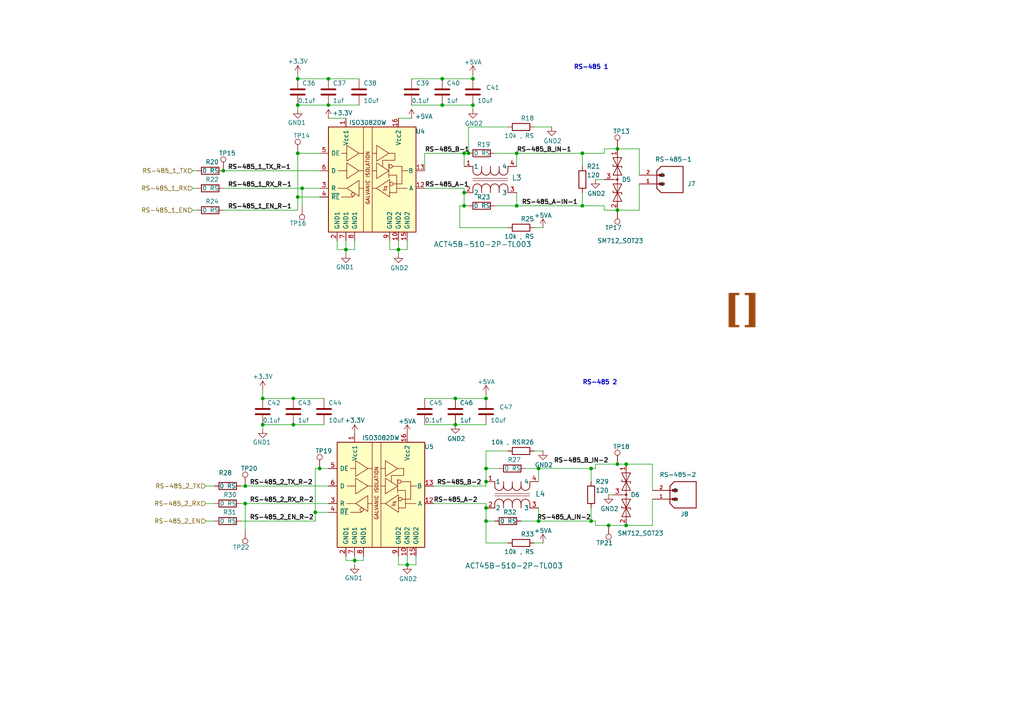
<source format=kicad_sch>
(kicad_sch (version 20231120) (generator "eeschema") (generator_version "8.0")
  (paper "A4")
  (title_block (title "Rapid-Core") (date "2024-09-09") (rev "1.0.1"))
  (lib_symbols
    (symbol "+3.3V_1" (power) (pin_numbers hide) (pin_names (offset 0) hide)
      (property "Value" "+3.3V" (at 0 3.556 0))
      (symbol "+3.3V_1_0_1"
        (polyline (pts (xy -0.762 1.27) (xy 0 2.54)))
        (polyline (pts (xy 0 0) (xy 0 2.54)))
        (polyline (pts (xy 0 2.54) (xy 0.762 1.27)))
      )
      (symbol "+3.3V_1_1_1"
        (pin power_in line (at 0 0 90) (length 0) (name "~") (number "1"))
      )
    )
    (symbol "+5VA_1" (power) (pin_numbers hide) (pin_names (offset 0) hide)
      (property "Value" "+5VA" (at 0 3.556 0))
      (symbol "+5VA_1_0_1"
        (polyline (pts (xy -0.762 1.27) (xy 0 2.54)))
        (polyline (pts (xy 0 0) (xy 0 2.54)))
        (polyline (pts (xy 0 2.54) (xy 0.762 1.27)))
      )
      (symbol "+5VA_1_1_1"
        (pin power_in line (at 0 0 90) (length 0) (name "~") (number "1"))
      )
    )
    (symbol "0530480210_2pin_P1.25_PicoBlade:530480210" (pin_names (offset 1.016))
      (property "Reference" "J" (at 0 3.81 0))
      (property "Value" "530480210" (at 0 -7.62 0))
      (symbol "530480210_0_0"
        (polyline (pts (xy 0 -3.81) (xy 1.27 -5.08)) (stroke (width 0.254)))
        (polyline (pts (xy 0 -2.54) (xy 1.905 -2.54)) (stroke (width 0.254)))
        (polyline (pts (xy 0 0) (xy 1.905 0)) (stroke (width 0.254)))
        (polyline (pts (xy 0 1.27) (xy 0 -3.81)) (stroke (width 0.254)))
        (polyline (pts (xy 0 1.27) (xy 1.27 2.54)) (stroke (width 0.254)))
        (polyline (pts (xy 1.27 -5.08) (xy 7.62 -5.08)) (stroke (width 0.254)))
        (polyline (pts (xy 7.62 -5.08) (xy 7.62 2.54)) (stroke (width 0.254)))
        (polyline (pts (xy 7.62 2.54) (xy 1.27 2.54)) (stroke (width 0.254)))
        (rectangle (start 0.635 -2.8575) (end 2.2225 -2.2225) (stroke (width 0.1)) (fill (type outline)))
        (rectangle (start 0.635 -0.3175) (end 2.2225 0.3175) (stroke (width 0.1)) (fill (type outline)))
        (pin passive line (at -5.08 0 0) (length 5.08) (name "1") (number "1"))
        (pin passive line (at -5.08 -2.54 0) (length 5.08) (name "2") (number "2"))
      )
    )
    (symbol "ACT45B-510-2P-TL003:ACT45B-510-2P-TL003" (pin_names (offset 0.254))
      (property "Reference" "L" (at 7.62 2.8575 0))
      (property "Value" "ACT45B-510-2P-TL003" (at 7.62 -12.7 0))
      (symbol "ACT45B-510-2P-TL003_0_1"
        (polyline (pts (xy 2.54 -7.62) (xy 2.54 -6.35)) (stroke (width 0.2032)))
        (polyline (pts (xy 2.54 -3.4925) (xy 12.7 -3.4925)) (stroke (width 0.127)))
        (polyline (pts (xy 2.54 0) (xy 2.54 -1.27)) (stroke (width 0.2032)))
        (polyline (pts (xy 5.08 -7.62) (xy 5.08 -6.35)) (stroke (width 0.2032)))
        (polyline (pts (xy 5.08 0) (xy 5.08 -1.27)) (stroke (width 0.2032)))
        (polyline (pts (xy 7.62 -7.62) (xy 7.62 -6.35)) (stroke (width 0.2032)))
        (polyline (pts (xy 7.62 0) (xy 7.62 -1.27)) (stroke (width 0.2032)))
        (polyline (pts (xy 10.16 -7.62) (xy 10.16 -6.35)) (stroke (width 0.2032)))
        (polyline (pts (xy 10.16 0) (xy 10.16 -1.27)) (stroke (width 0.2032)))
        (polyline (pts (xy 12.7 -7.62) (xy 12.7 -6.35)) (stroke (width 0.2032)))
        (polyline (pts (xy 12.7 -4.1275) (xy 2.54 -4.1275)) (stroke (width 0.127)))
        (polyline (pts (xy 12.7 0) (xy 12.7 -1.27)) (stroke (width 0.2032)))
        (arc (start 2.54 -1.27) (mid 3.81 -2.5345) (end 5.08 -1.27) (stroke (width 0.2032)))
        (arc (start 5.08 -6.35) (mid 3.81 -5.0855) (end 2.54 -6.35) (stroke (width 0.2032)))
        (arc (start 5.08 -1.27) (mid 6.35 -2.5345) (end 7.62 -1.27) (stroke (width 0.2032)))
        (arc (start 7.62 -6.35) (mid 6.35 -5.0855) (end 5.08 -6.35) (stroke (width 0.2032)))
        (arc (start 7.62 -1.27) (mid 8.89 -2.5345) (end 10.16 -1.27) (stroke (width 0.2032)))
        (arc (start 10.16 -6.35) (mid 8.89 -5.0855) (end 7.62 -6.35) (stroke (width 0.2032)))
        (arc (start 10.16 -1.27) (mid 11.43 -2.5345) (end 12.7 -1.27) (stroke (width 0.2032)))
        (arc (start 12.7 -6.35) (mid 11.43 -5.0855) (end 10.16 -6.35) (stroke (width 0.2032)))
      )
      (symbol "ACT45B-510-2P-TL003_1_1"
        (pin passive line (at 0 0 0) (length 2.54) (name "1") (number "1"))
        (pin passive line (at 0 -7.62 0) (length 2.54) (name "2") (number "2"))
        (pin passive line (at 15.24 -7.62 180) (length 2.54) (name "3") (number "3"))
        (pin passive line (at 15.24 0 180) (length 2.54) (name "4") (number "4"))
      )
    )
    (symbol "Connector:TestPoint" (pin_numbers hide) (pin_names (offset 0.762) hide)
      (property "Reference" "TP" (at 0 6.858 0))
      (property "Value" "TestPoint" (at 0 5.08 0))
      (symbol "TestPoint_0_1"
        (circle (center 0 3.302) (radius 0.762))
      )
      (symbol "TestPoint_1_1"
        (pin passive line (at 0 0 90) (length 2.54) (name "1") (number "1"))
      )
    )
    (symbol "Device:C" (pin_numbers hide) (pin_names (offset 0.254))
      (property "Reference" "C" (at 0.635 2.54 0))
      (property "Value" "C" (at 0.635 -2.54 0))
      (symbol "C_0_1"
        (polyline (pts (xy -2.032 -0.762) (xy 2.032 -0.762)) (stroke (width 0.508)))
        (polyline (pts (xy -2.032 0.762) (xy 2.032 0.762)) (stroke (width 0.508)))
      )
      (symbol "C_1_1"
        (pin passive line (at 0 3.81 270) (length 2.794) (name "~") (number "1"))
        (pin passive line (at 0 -3.81 90) (length 2.794) (name "~") (number "2"))
      )
    )
    (symbol "Device:R" (pin_numbers hide) (pin_names (offset 0))
      (property "Reference" "R" (at 2.032 0 90))
      (property "Value" "R" (at 0 0 90))
      (symbol "R_0_1"
        (rectangle (start -1.016 -2.54) (end 1.016 2.54) (stroke (width 0.254)))
      )
      (symbol "R_1_1"
        (pin passive line (at 0 3.81 270) (length 1.27) (name "~") (number "1"))
        (pin passive line (at 0 -3.81 90) (length 1.27) (name "~") (number "2"))
      )
    )
    (symbol "Diode:SM712_SOT23" (pin_names (offset 1.016) hide)
      (property "Reference" "D" (at 0 4.445 0))
      (property "Value" "SM712_SOT23" (at 0 2.54 0))
      (symbol "SM712_SOT23_0_0"
        (polyline (pts (xy 0 -1.27) (xy 0 0)))
      )
      (symbol "SM712_SOT23_0_1"
        (polyline (pts (xy -6.35 0) (xy 6.35 0)))
        (polyline (pts (xy -3.302 1.27) (xy -3.81 1.27) (xy -3.81 -1.27) (xy -4.318 -1.27)) (stroke (width 0.2032)))
        (polyline (pts (xy 4.318 1.27) (xy 3.81 1.27) (xy 3.81 -1.27) (xy 3.302 -1.27)) (stroke (width 0.2032)))
        (polyline (pts (xy -6.35 -1.27) (xy -1.27 1.27) (xy -1.27 -1.27) (xy -6.35 1.27) (xy -6.35 -1.27)) (stroke (width 0.2032)))
        (polyline (pts (xy 1.27 -1.27) (xy 1.27 1.27) (xy 6.35 -1.27) (xy 6.35 1.27) (xy 1.27 -1.27)) (stroke (width 0.2032)))
        (circle (center 0 0) (radius 0.254) (fill (type outline)))
      )
      (symbol "SM712_SOT23_1_1"
        (pin passive line (at -8.89 0 0) (length 2.54) (name "A1") (number "1"))
        (pin passive line (at 8.89 0 180) (length 2.54) (name "A2") (number "2"))
        (pin input line (at 0 -3.81 90) (length 2.54) (name "common") (number "3"))
      )
    )
    (symbol "GND1_1" (power) (pin_numbers hide) (pin_names (offset 0) hide)
      (property "Value" "GND1" (at 0 -3.81 0))
      (symbol "GND1_1_0_1"
        (polyline (pts (xy 0 0) (xy 0 -1.27) (xy 1.27 -1.27) (xy 0 -2.54) (xy -1.27 -1.27) (xy 0 -1.27)))
      )
      (symbol "GND1_1_1_1"
        (pin power_in line (at 0 0 270) (length 0) (name "~") (number "1"))
      )
    )
    (symbol "GND2_1" (power) (pin_numbers hide) (pin_names (offset 0) hide)
      (property "Value" "GND2" (at 0 -3.81 0))
      (symbol "GND2_1_0_1"
        (polyline (pts (xy 0 0) (xy 0 -1.27) (xy 1.27 -1.27) (xy 0 -2.54) (xy -1.27 -1.27) (xy 0 -1.27)))
      )
      (symbol "GND2_1_1_1"
        (pin power_in line (at 0 0 270) (length 0) (name "~") (number "1"))
      )
    )
    (symbol "Interface_UART:ISO3082DW" (pin_names (offset 0.762))
      (property "Reference" "U" (at 0 19.05 0))
      (property "Value" "ISO3082DW" (at 0 16.51 0))
      (symbol "ISO3082DW_0_0"
        (rectangle (start -12.7 15.24) (end 12.7 -15.24) (stroke (width 0.254)) (fill (type background)))
        (polyline (pts (xy -8.636 2.54) (xy -9.906 2.54)))
        (polyline (pts (xy -7.62 7.62) (xy -8.89 7.62)))
        (polyline (pts (xy -7.366 7.62) (xy -7.62 7.62)))
        (polyline (pts (xy -2.54 15.24) (xy -2.54 -15.24)))
        (polyline (pts (xy 0 15.24) (xy 0 -15.24)))
        (polyline (pts (xy -7.366 4.826) (xy -7.366 0.254) (xy -3.81 2.54) (xy -7.366 4.826)))
        (polyline (pts (xy -7.366 9.906) (xy -7.366 5.334) (xy -3.81 7.62) (xy -7.366 9.906)))
        (polyline (pts (xy -3.81 -0.254) (xy -3.81 -4.826) (xy -7.366 -2.54) (xy -3.81 -0.254)))
        (polyline (pts (xy 1.27 9.906) (xy 1.27 5.334) (xy 4.826 7.62) (xy 1.27 9.906)))
        (text "GALVANIC ISOLATION" (at -1.27 0.508 900) (effects (font (size 1.016 1.016))))
      )
      (symbol "ISO3082DW_0_1"
        (circle (center -5.588 -4.318) (radius 0.508))
        (polyline (pts (xy -7.366 -2.54) (xy -9.906 -2.54)))
        (polyline (pts (xy -7.366 2.54) (xy -8.636 2.54)))
        (polyline (pts (xy -3.81 -2.54) (xy -2.54 -2.54)))
        (polyline (pts (xy -3.81 2.54) (xy -2.54 2.54)))
        (polyline (pts (xy -3.81 7.62) (xy -2.54 7.62)))
        (polyline (pts (xy 0 -2.54) (xy 1.27 -2.54)))
        (polyline (pts (xy 0 2.54) (xy 1.27 2.54)))
        (polyline (pts (xy 0 7.62) (xy 1.27 7.62)))
        (polyline (pts (xy 3.556 -2.286) (xy 3.556 -3.048)))
        (polyline (pts (xy 4.064 -3.048) (xy 3.048 -3.048)))
        (polyline (pts (xy 4.064 -2.286) (xy 4.064 -3.048)))
        (polyline (pts (xy 4.064 -2.286) (xy 4.064 -2.032)))
        (polyline (pts (xy 4.826 1.27) (xy 6.096 1.27)))
        (polyline (pts (xy 4.826 4.572) (xy 4.826 0.508)))
        (polyline (pts (xy 4.826 7.62) (xy 6.604 7.62)))
        (polyline (pts (xy 5.08 -3.81) (xy 6.096 -3.81)))
        (polyline (pts (xy 5.842 3.81) (xy 8.636 3.81)))
        (polyline (pts (xy 6.096 -1.27) (xy 8.636 -1.27)))
        (polyline (pts (xy 6.096 1.27) (xy 7.112 1.27)))
        (polyline (pts (xy 7.112 -3.81) (xy 6.096 -3.81)))
        (polyline (pts (xy 7.112 1.27) (xy 7.112 -3.81)))
        (polyline (pts (xy 8.636 -1.27) (xy 8.636 3.81)))
        (polyline (pts (xy 8.636 2.54) (xy 10.414 2.54)))
        (polyline (pts (xy -8.89 -5.08) (xy -5.588 -5.08) (xy -5.588 -4.826)))
        (polyline (pts (xy 3.556 -2.286) (xy 3.556 -2.032) (xy 4.572 -2.032)))
        (polyline (pts (xy 10.16 -2.54) (xy 8.89 -2.54) (xy 7.112 -2.54)))
        (polyline (pts (xy 1.27 -2.54) (xy 5.08 0) (xy 5.08 -5.08) (xy 1.27 -2.54)))
        (polyline (pts (xy 6.604 7.62) (xy 6.604 5.588) (xy 3.048 5.588) (xy 3.048 3.81)))
        (circle (center 5.334 3.81) (radius 0.508))
        (circle (center 5.588 -1.27) (radius 0.508))
      )
      (symbol "ISO3082DW_1_0"
        (polyline (pts (xy 1.27 4.826) (xy 1.27 0.254) (xy 4.826 2.54) (xy 1.27 4.826)))
      )
      (symbol "ISO3082DW_1_1"
        (pin power_in line (at -7.62 17.78 270) (length 2.54) (name "Vcc1") (number "1"))
        (pin power_in line (at 7.62 -17.78 90) (length 2.54) (name "GND2") (number "10"))
        (pin no_connect line (at 12.7 10.16 180) (length 2.54) hide (name "NC") (number "11"))
        (pin bidirectional line (at 15.24 -2.54 180) (length 2.54) (name "A") (number "12"))
        (pin bidirectional line (at 15.24 2.54 180) (length 2.54) (name "B") (number "13"))
        (pin no_connect line (at 12.7 7.62 180) (length 2.54) hide (name "NC") (number "14"))
        (pin power_in line (at 10.16 -17.78 90) (length 2.54) (name "GND2") (number "15"))
        (pin power_in line (at 7.62 17.78 270) (length 2.54) (name "Vcc2") (number "16"))
        (pin power_in line (at -10.16 -17.78 90) (length 2.54) (name "GND1") (number "2"))
        (pin output line (at -15.24 -2.54 0) (length 2.54) (name "R") (number "3"))
        (pin input line (at -15.24 -5.08 0) (length 2.54) (name "~{RE}") (number "4"))
        (pin input line (at -15.24 7.62 0) (length 2.54) (name "DE") (number "5"))
        (pin input line (at -15.24 2.54 0) (length 2.54) (name "D") (number "6"))
        (pin power_in line (at -7.62 -17.78 90) (length 2.54) (name "GND1") (number "7"))
        (pin power_in line (at -5.08 -17.78 90) (length 2.54) (name "GND1") (number "8"))
        (pin power_in line (at 5.08 -17.78 90) (length 2.54) (name "GND2") (number "9"))
      )
    )
  )
  (junction (at 132.08 115.57))
  (junction (at 86.36 44.45))
  (junction (at 140.97 151.13))
  (junction (at 181.61 152.4))
  (junction (at 118.11 163.83))
  (junction (at 95.25 22.86))
  (junction (at 149.86 44.45))
  (junction (at 168.91 44.45))
  (junction (at 171.45 135.89))
  (junction (at 171.45 151.13))
  (junction (at 134.62 44.45))
  (junction (at 140.97 135.89))
  (junction (at 134.62 59.69))
  (junction (at 92.71 135.89))
  (junction (at 128.27 30.48))
  (junction (at 156.21 151.13))
  (junction (at 86.36 30.48))
  (junction (at 176.53 152.4))
  (junction (at 156.21 135.89))
  (junction (at 128.27 22.86))
  (junction (at 137.16 22.86))
  (junction (at 91.44 148.59))
  (junction (at 115.57 72.39))
  (junction (at 135.89 44.45))
  (junction (at 64.77 49.53))
  (junction (at 71.12 140.97))
  (junction (at 102.87 162.56))
  (junction (at 86.36 22.86))
  (junction (at 168.91 59.69))
  (junction (at 149.86 59.69))
  (junction (at 76.2 115.57))
  (junction (at 85.09 115.57))
  (junction (at 132.08 123.19))
  (junction (at 140.97 115.57))
  (junction (at 86.36 57.15))
  (junction (at 134.62 55.88))
  (junction (at 140.97 147.32))
  (junction (at 181.61 134.62))
  (junction (at 137.16 30.48))
  (junction (at 87.63 54.61))
  (junction (at 179.07 134.62))
  (junction (at 76.2 123.19))
  (junction (at 95.25 30.48))
  (junction (at 179.07 43.18))
  (junction (at 85.09 123.19))
  (junction (at 140.97 139.7))
  (junction (at 179.07 60.96))
  (junction (at 100.33 72.39))
  (junction (at 71.12 146.05))
  (wire (pts (xy 143.51 151.13) (xy 140.97 151.13)))
  (wire (pts (xy 91.44 151.13) (xy 91.44 148.59)))
  (wire (pts (xy 179.07 43.18) (xy 185.42 43.18)))
  (wire (pts (xy 87.63 54.61) (xy 87.63 59.69)))
  (wire (pts (xy 55.88 49.53) (xy 57.15 49.53)))
  (wire (pts (xy 100.33 69.85) (xy 100.33 72.39)))
  (wire (pts (xy 179.07 134.62) (xy 181.61 134.62)))
  (wire (pts (xy 71.12 140.97) (xy 95.25 140.97)))
  (wire (pts (xy 147.32 130.81) (xy 140.97 130.81)))
  (wire (pts (xy 154.94 157.48) (xy 157.48 157.48)))
  (wire (pts (xy 71.12 153.67) (xy 71.12 146.05)))
  (wire (pts (xy 76.2 113.03) (xy 76.2 115.57)))
  (wire (pts (xy 118.11 161.29) (xy 118.11 163.83)))
  (wire (pts (xy 91.44 148.59) (xy 95.25 148.59)))
  (wire (pts (xy 168.91 44.45) (xy 175.26 44.45)))
  (wire (pts (xy 133.35 66.04) (xy 133.35 59.69)))
  (wire (pts (xy 92.71 135.89) (xy 91.44 135.89)))
  (wire (pts (xy 119.38 30.48) (xy 128.27 30.48)))
  (wire (pts (xy 156.21 135.89) (xy 156.21 139.7)))
  (wire (pts (xy 172.72 152.4) (xy 172.72 151.13)))
  (wire (pts (xy 156.21 151.13) (xy 171.45 151.13)))
  (wire (pts (xy 147.32 66.04) (xy 133.35 66.04)))
  (wire (pts (xy 119.38 22.86) (xy 128.27 22.86)))
  (wire (pts (xy 123.19 44.45) (xy 123.19 49.53)))
  (wire (pts (xy 55.88 60.96) (xy 57.15 60.96)))
  (wire (pts (xy 137.16 21.59) (xy 137.16 22.86)))
  (wire (pts (xy 140.97 135.89) (xy 140.97 139.7)))
  (wire (pts (xy 64.77 60.96) (xy 86.36 60.96)))
  (wire (pts (xy 189.23 152.4) (xy 189.23 144.78)))
  (wire (pts (xy 152.4 135.89) (xy 156.21 135.89)))
  (wire (pts (xy 115.57 34.29) (xy 119.38 34.29)))
  (wire (pts (xy 132.08 115.57) (xy 140.97 115.57)))
  (wire (pts (xy 181.61 152.4) (xy 189.23 152.4)))
  (wire (pts (xy 172.72 134.62) (xy 172.72 135.89)))
  (wire (pts (xy 100.33 162.56) (xy 100.33 161.29)))
  (wire (pts (xy 156.21 135.89) (xy 171.45 135.89)))
  (wire (pts (xy 175.26 43.18) (xy 179.07 43.18)))
  (wire (pts (xy 149.86 44.45) (xy 149.86 48.26)))
  (wire (pts (xy 168.91 59.69) (xy 175.26 59.69)))
  (wire (pts (xy 189.23 142.24) (xy 189.23 134.62)))
  (wire (pts (xy 140.97 146.05) (xy 140.97 147.32)))
  (wire (pts (xy 168.91 55.88) (xy 168.91 59.69)))
  (wire (pts (xy 144.78 135.89) (xy 140.97 135.89)))
  (wire (pts (xy 154.94 66.04) (xy 157.48 66.04)))
  (wire (pts (xy 179.07 60.96) (xy 185.42 60.96)))
  (wire (pts (xy 134.62 59.69) (xy 133.35 59.69)))
  (wire (pts (xy 128.27 22.86) (xy 137.16 22.86)))
  (wire (pts (xy 86.36 30.48) (xy 95.25 30.48)))
  (wire (pts (xy 59.69 146.05) (xy 62.23 146.05)))
  (wire (pts (xy 147.32 157.48) (xy 140.97 157.48)))
  (wire (pts (xy 147.32 36.83) (xy 135.89 36.83)))
  (wire (pts (xy 115.57 73.66) (xy 115.57 72.39)))
  (wire (pts (xy 76.2 124.46) (xy 76.2 123.19)))
  (wire (pts (xy 86.36 44.45) (xy 86.36 57.15)))
  (wire (pts (xy 149.86 44.45) (xy 168.91 44.45)))
  (wire (pts (xy 115.57 161.29) (xy 115.57 163.83)))
  (wire (pts (xy 55.88 54.61) (xy 57.15 54.61)))
  (wire (pts (xy 123.19 123.19) (xy 132.08 123.19)))
  (wire (pts (xy 86.36 21.59) (xy 86.36 22.86)))
  (wire (pts (xy 151.13 151.13) (xy 156.21 151.13)))
  (wire (pts (xy 95.25 135.89) (xy 92.71 135.89)))
  (wire (pts (xy 69.85 151.13) (xy 91.44 151.13)))
  (wire (pts (xy 135.89 44.45) (xy 134.62 44.45)))
  (wire (pts (xy 171.45 151.13) (xy 172.72 151.13)))
  (wire (pts (xy 143.51 59.69) (xy 149.86 59.69)))
  (wire (pts (xy 175.26 59.69) (xy 175.26 60.96)))
  (wire (pts (xy 118.11 72.39) (xy 118.11 69.85)))
  (wire (pts (xy 71.12 146.05) (xy 95.25 146.05)))
  (wire (pts (xy 176.53 152.4) (xy 181.61 152.4)))
  (wire (pts (xy 171.45 147.32) (xy 171.45 151.13)))
  (wire (pts (xy 135.89 59.69) (xy 134.62 59.69)))
  (wire (pts (xy 95.25 22.86) (xy 104.14 22.86)))
  (wire (pts (xy 85.09 115.57) (xy 93.98 115.57)))
  (wire (pts (xy 69.85 140.97) (xy 71.12 140.97)))
  (wire (pts (xy 118.11 163.83) (xy 120.65 163.83)))
  (wire (pts (xy 102.87 162.56) (xy 102.87 161.29)))
  (wire (pts (xy 76.2 115.57) (xy 85.09 115.57)))
  (wire (pts (xy 86.36 57.15) (xy 92.71 57.15)))
  (wire (pts (xy 86.36 60.96) (xy 86.36 57.15)))
  (wire (pts (xy 134.62 54.61) (xy 123.19 54.61)))
  (wire (pts (xy 168.91 44.45) (xy 168.91 48.26)))
  (wire (pts (xy 115.57 69.85) (xy 115.57 72.39)))
  (wire (pts (xy 172.72 134.62) (xy 179.07 134.62)))
  (wire (pts (xy 137.16 31.75) (xy 137.16 30.48)))
  (wire (pts (xy 175.26 60.96) (xy 179.07 60.96)))
  (wire (pts (xy 102.87 72.39) (xy 102.87 69.85)))
  (wire (pts (xy 59.69 151.13) (xy 62.23 151.13)))
  (wire (pts (xy 156.21 147.32) (xy 156.21 151.13)))
  (wire (pts (xy 86.36 22.86) (xy 95.25 22.86)))
  (wire (pts (xy 95.25 34.29) (xy 100.33 34.29)))
  (wire (pts (xy 132.08 123.19) (xy 140.97 123.19)))
  (wire (pts (xy 86.36 44.45) (xy 92.71 44.45)))
  (wire (pts (xy 69.85 146.05) (xy 71.12 146.05)))
  (wire (pts (xy 181.61 134.62) (xy 189.23 134.62)))
  (wire (pts (xy 97.79 72.39) (xy 100.33 72.39)))
  (wire (pts (xy 128.27 30.48) (xy 137.16 30.48)))
  (wire (pts (xy 87.63 54.61) (xy 92.71 54.61)))
  (wire (pts (xy 154.94 130.81) (xy 157.48 130.81)))
  (wire (pts (xy 134.62 44.45) (xy 134.62 48.26)))
  (wire (pts (xy 125.73 146.05) (xy 140.97 146.05)))
  (wire (pts (xy 177.8 143.51) (xy 176.53 143.51)))
  (wire (pts (xy 140.97 130.81) (xy 140.97 135.89)))
  (wire (pts (xy 134.62 55.88) (xy 134.62 59.69)))
  (wire (pts (xy 172.72 52.07) (xy 175.26 52.07)))
  (wire (pts (xy 100.33 72.39) (xy 102.87 72.39)))
  (wire (pts (xy 86.36 31.75) (xy 86.36 30.48)))
  (wire (pts (xy 123.19 44.45) (xy 134.62 44.45)))
  (wire (pts (xy 105.41 162.56) (xy 105.41 161.29)))
  (wire (pts (xy 76.2 123.19) (xy 85.09 123.19)))
  (wire (pts (xy 91.44 135.89) (xy 91.44 148.59)))
  (wire (pts (xy 140.97 114.3) (xy 140.97 115.57)))
  (wire (pts (xy 85.09 123.19) (xy 93.98 123.19)))
  (wire (pts (xy 100.33 162.56) (xy 102.87 162.56)))
  (wire (pts (xy 172.72 152.4) (xy 176.53 152.4)))
  (wire (pts (xy 154.94 36.83) (xy 160.02 36.83)))
  (wire (pts (xy 134.62 54.61) (xy 134.62 55.88)))
  (wire (pts (xy 113.03 72.39) (xy 115.57 72.39)))
  (wire (pts (xy 64.77 49.53) (xy 92.71 49.53)))
  (wire (pts (xy 135.89 36.83) (xy 135.89 44.45)))
  (wire (pts (xy 125.73 140.97) (xy 140.97 140.97)))
  (wire (pts (xy 95.25 30.48) (xy 104.14 30.48)))
  (wire (pts (xy 100.33 72.39) (xy 100.33 73.66)))
  (wire (pts (xy 171.45 135.89) (xy 171.45 139.7)))
  (wire (pts (xy 59.69 140.97) (xy 62.23 140.97)))
  (wire (pts (xy 185.42 43.18) (xy 185.42 50.8)))
  (wire (pts (xy 115.57 163.83) (xy 118.11 163.83)))
  (wire (pts (xy 115.57 72.39) (xy 118.11 72.39)))
  (wire (pts (xy 149.86 55.88) (xy 149.86 59.69)))
  (wire (pts (xy 120.65 163.83) (xy 120.65 161.29)))
  (wire (pts (xy 123.19 115.57) (xy 132.08 115.57)))
  (wire (pts (xy 64.77 54.61) (xy 87.63 54.61)))
  (wire (pts (xy 140.97 147.32) (xy 140.97 151.13)))
  (wire (pts (xy 97.79 69.85) (xy 97.79 72.39)))
  (wire (pts (xy 149.86 59.69) (xy 168.91 59.69)))
  (wire (pts (xy 113.03 69.85) (xy 113.03 72.39)))
  (wire (pts (xy 102.87 162.56) (xy 105.41 162.56)))
  (wire (pts (xy 140.97 139.7) (xy 140.97 140.97)))
  (wire (pts (xy 171.45 135.89) (xy 172.72 135.89)))
  (wire (pts (xy 143.51 44.45) (xy 149.86 44.45)))
  (wire (pts (xy 175.26 44.45) (xy 175.26 43.18)))
  (wire (pts (xy 140.97 157.48) (xy 140.97 151.13)))
  (wire (pts (xy 185.42 60.96) (xy 185.42 53.34)))
  (wire (pts (xy 102.87 163.83) (xy 102.87 162.56)))
  (text "[${#}] ${SHEETNAME}" (at 217.17 92.456 0) (effects (font (size 8 8) (thickness 0.254) (bold yes))))
  (text "RS-485 2" (at 168.91 111.76 0) (effects (font (size 1.27 1.27) (bold yes)) (justify left bottom)))
  (text "RS-485 1" (at 166.37 20.32 0) (effects (font (size 1.27 1.27) (bold yes)) (justify left bottom)))
  (label "RS-485_B_IN-2" (at 176.53 134.62 180) (effects (font (bold yes))))
  (label "RS-485_2_EN_R-2" (at 72.39 151.13 0) (effects (font (bold yes))))
  (label "RS-485_A-IN-1" (at 167.64 59.69 180) (effects (font (bold yes))))
  (label "RS-485_B-2" (at 139.7 140.97 180) (effects (font (bold yes))))
  (label "RS-485_A_IN-2" (at 171.45 151.13 180) (effects (font (bold yes))))
  (label "RS-485_A-2" (at 125.73 146.05 0) (effects (font (bold yes))))
  (label "RS-485_1_EN_R-1" (at 66.04 60.96 0) (effects (font (bold yes))))
  (label "RS-485_2_TX_R-2" (at 72.39 140.97 0) (effects (font (bold yes))))
  (label "RS-485_B-1" (at 123.19 44.45 0) (effects (font (bold yes))))
  (label "RS-485_2_RX_R-2" (at 72.39 146.05 0) (effects (font (bold yes))))
  (label "RS-485_A-1" (at 123.19 54.61 0) (effects (font (bold yes))))
  (label "RS-485_B_IN-1" (at 149.86 44.45 0) (effects (font (bold yes))))
  (label "RS-485_1_TX_R-1" (at 66.04 49.53 0) (effects (font (bold yes))))
  (label "RS-485_1_RX_R-1" (at 66.04 54.61 0) (effects (font (bold yes))))
  (hierarchical_label "RS-485_2_RX" (shape input) (at 59.69 146.05 180))
  (hierarchical_label "RS-485_1_TX" (shape input) (at 55.88 49.53 180))
  (hierarchical_label "RS-485_1_RX" (shape input) (at 55.88 54.61 180))
  (hierarchical_label "RS-485_2_TX" (shape input) (at 59.69 140.97 180))
  (hierarchical_label "RS-485_1_EN" (shape input) (at 55.88 60.96 180))
  (hierarchical_label "RS-485_2_EN" (shape input) (at 59.69 151.13 180))
  (symbol (lib_id "Device:R") (at 148.59 135.89 90) (unit 1)
    (property "Reference" "R27" (at 151.13 133.35 90) (effects (justify left)))
    (property "Value" "0 RS" (at 151.13 135.89 90) (effects (justify left)))
    (property "Footprint" "Resistor_SMD:R_0805_2012Metric_Pad1.20x1.40mm_HandSolder" (effects (hide yes)))
  )
  (symbol (lib_name "GND2_1") (lib_id "power:GND2") (at 160.02 36.83 0) (unit 1)
    (property "Reference" "#PWR057" (effects (hide yes)))
    (property "Value" "GND2" (at 160.274 40.894 0))
    (property "Description" "Power symbol creates a global label with name \"GND2\" , ground" (effects (hide yes)))
  )
  (symbol (lib_name "GND2_1") (lib_id "power:GND2") (at 132.08 123.19 0) (unit 1)
    (property "Reference" "#PWR064" (effects (hide yes)))
    (property "Value" "GND2" (at 132.334 127.254 0))
    (property "Description" "Power symbol creates a global label with name \"GND2\" , ground" (effects (hide yes)))
  )
  (symbol (lib_name "GND2_1") (lib_id "power:GND2") (at 176.53 143.51 0) (unit 1)
    (property "Reference" "#PWR069" (effects (hide yes)))
    (property "Value" "GND2" (at 176.784 147.574 0))
    (property "Description" "Power symbol creates a global label with name \"GND2\" , ground" (effects (hide yes)))
  )
  (symbol (lib_name "+3.3V_1") (lib_id "power:+3.3V") (at 102.87 125.73 0) (unit 1)
    (property "Reference" "#PWR066" (effects (hide yes)))
    (property "Value" "+3.3V" (at 102.87 121.92 0))
    (property "Description" "Power symbol creates a global label with name \"+3.3V\"" (effects (hide yes)))
  )
  (symbol (lib_id "Connector:TestPoint") (at 86.36 44.45 0) (unit 1)
    (property "Reference" "TP14" (at 85.09 39.37 0) (effects (justify left)))
    (property "Value" "TestPoint" (effects (hide yes)))
    (property "Footprint" "TestPoint:TestPoint_Pad_D1.0mm" (effects (hide yes)))
  )
  (symbol (lib_id "Device:R") (at 66.04 140.97 90) (unit 1)
    (property "Reference" "R28" (at 67.31 137.16 90) (effects (justify left)))
    (property "Value" "0 RS" (at 66.04 140.97 90))
    (property "Footprint" "Resistor_SMD:R_0805_2012Metric_Pad1.20x1.40mm_HandSolder" (effects (hide yes)))
  )
  (symbol (lib_id "Device:R") (at 60.96 49.53 90) (unit 1)
    (property "Reference" "R20" (at 63.5 46.99 90) (effects (justify left)))
    (property "Value" "0 RS" (at 63.5 49.53 90) (effects (justify left)))
    (property "Footprint" "Resistor_SMD:R_0805_2012Metric_Pad1.20x1.40mm_HandSolder" (effects (hide yes)))
  )
  (symbol (lib_id "Diode:SM712_SOT23") (at 179.07 52.07 270) (unit 1)
    (property "Reference" "D5" (at 180.34 52.07 90) (effects (justify left)))
    (property "Value" "SM712_SOT23" (at 173.228 69.85 90) (effects (justify left)))
    (property "Footprint" "Package_TO_SOT_SMD:SOT-23" (effects (hide yes)))
    (property "Datasheet" "https://www.littelfuse.com/~/media/electronics/datasheets/tvs_diode_arrays/littelfuse_tvs_diode_array_sm712_datasheet.pdf.pdf" (effects (hide yes)))
  )
  (symbol (lib_id "Device:R") (at 139.7 44.45 90) (unit 1)
    (property "Reference" "R19" (at 142.24 41.91 90) (effects (justify left)))
    (property "Value" "0 RS" (at 142.24 44.45 90) (effects (justify left)))
    (property "Footprint" "Resistor_SMD:R_0805_2012Metric_Pad1.20x1.40mm_HandSolder" (effects (hide yes)))
  )
  (symbol (lib_id "Device:C") (at 132.08 119.38 0) (unit 1)
    (property "Reference" "C46" (at 133.35 116.84 0) (effects (justify left)))
    (property "Value" "1uf" (at 133.35 121.92 0) (effects (justify left)))
    (property "Footprint" "Capacitor_SMD:C_0603_1608Metric_Pad1.08x0.95mm_HandSolder" (effects (hide yes)))
  )
  (symbol (lib_name "GND2_1") (lib_id "power:GND2") (at 137.16 31.75 0) (unit 1)
    (property "Reference" "#PWR054" (effects (hide yes)))
    (property "Value" "GND2" (at 137.414 35.814 0))
    (property "Description" "Power symbol creates a global label with name \"GND2\" , ground" (effects (hide yes)))
  )
  (symbol (lib_id "Device:R") (at 171.45 143.51 0) (unit 1)
    (property "Reference" "R29" (at 172.72 139.7 0) (effects (justify left)))
    (property "Value" "120" (at 172.72 142.24 0) (effects (justify left)))
    (property "Footprint" "Resistor_SMD:R_2512_6332Metric_Pad1.40x3.35mm_HandSolder" (effects (hide yes)))
  )
  (symbol (lib_id "Connector:TestPoint") (at 179.07 43.18 0) (unit 1)
    (property "Reference" "TP13" (at 177.8 38.1 0) (effects (justify left)))
    (property "Value" "TestPoint" (effects (hide yes)))
    (property "Footprint" "TestPoint:TestPoint_Pad_D1.0mm" (effects (hide yes)))
  )
  (symbol (lib_id "Device:R") (at 147.32 151.13 90) (unit 1)
    (property "Reference" "R32" (at 149.86 148.59 90) (effects (justify left)))
    (property "Value" "0 RS" (at 149.86 151.13 90) (effects (justify left)))
    (property "Footprint" "Resistor_SMD:R_0805_2012Metric_Pad1.20x1.40mm_HandSolder" (effects (hide yes)))
  )
  (symbol (lib_name "+3.3V_1") (lib_id "power:+3.3V") (at 95.25 34.29 0) (unit 1)
    (property "Reference" "#PWR055" (effects (hide yes)))
    (property "Value" "+3.3V" (at 99.314 32.766 0))
    (property "Description" "Power symbol creates a global label with name \"+3.3V\"" (effects (hide yes)))
  )
  (symbol (lib_id "Diode:SM712_SOT23") (at 181.61 143.51 270) (unit 1)
    (property "Reference" "D6" (at 182.88 143.51 90) (effects (justify left)))
    (property "Value" "SM712_SOT23" (at 179.07 154.686 90) (effects (justify left)))
    (property "Footprint" "Package_TO_SOT_SMD:SOT-23" (effects (hide yes)))
    (property "Datasheet" "https://www.littelfuse.com/~/media/electronics/datasheets/tvs_diode_arrays/littelfuse_tvs_diode_array_sm712_datasheet.pdf.pdf" (effects (hide yes)))
  )
  (symbol (lib_id "Device:C") (at 95.25 26.67 0) (unit 1)
    (property "Reference" "C37" (at 96.52 24.13 0) (effects (justify left)))
    (property "Value" "1uf" (at 96.52 29.21 0) (effects (justify left)))
    (property "Footprint" "Capacitor_SMD:C_0603_1608Metric_Pad1.08x0.95mm_HandSolder" (effects (hide yes)))
  )
  (symbol (lib_name "+5VA_1") (lib_id "power:+5VA") (at 137.16 21.59 0) (unit 1)
    (property "Reference" "#PWR052" (effects (hide yes)))
    (property "Value" "+5VA" (at 137.16 18.034 0))
    (property "Description" "Power symbol creates a global label with name \"+5VA\"" (effects (hide yes)))
  )
  (symbol (lib_id "Device:C") (at 93.98 119.38 180) (unit 1)
    (property "Reference" "C44" (at 95.25 116.84 0) (effects (justify right)))
    (property "Value" "10uf" (at 95.25 121.92 0) (effects (justify right)))
    (property "Footprint" "Capacitor_SMD:C_0805_2012Metric_Pad1.18x1.45mm_HandSolder" (effects (hide yes)))
  )
  (symbol (lib_id "Device:C") (at 76.2 119.38 0) (unit 1)
    (property "Reference" "C42" (at 77.47 116.84 0) (effects (justify left)))
    (property "Value" "0.1uf" (at 76.2 121.92 0) (effects (justify left)))
    (property "Footprint" "Capacitor_SMD:C_0603_1608Metric_Pad1.08x0.95mm_HandSolder" (effects (hide yes)))
  )
  (symbol (lib_id "Connector:TestPoint") (at 71.12 140.97 0) (unit 1)
    (property "Reference" "TP20" (at 69.85 135.89 0) (effects (justify left)))
    (property "Value" "TestPoint" (effects (hide yes)))
    (property "Footprint" "TestPoint:TestPoint_Pad_D1.0mm" (effects (hide yes)))
  )
  (symbol (lib_name "+5VA_1") (lib_id "power:+5VA") (at 157.48 157.48 0) (unit 1)
    (property "Reference" "#PWR070" (effects (hide yes)))
    (property "Value" "+5VA" (at 157.48 153.924 0))
    (property "Description" "Power symbol creates a global label with name \"+5VA\"" (effects (hide yes)))
  )
  (symbol (lib_id "Device:R") (at 60.96 54.61 90) (unit 1)
    (property "Reference" "R22" (at 63.5 52.07 90) (effects (justify left)))
    (property "Value" "0 RS" (at 63.5 54.61 90) (effects (justify left)))
    (property "Footprint" "Resistor_SMD:R_0805_2012Metric_Pad1.20x1.40mm_HandSolder" (effects (hide yes)))
  )
  (symbol (lib_id "Device:R") (at 168.91 52.07 0) (unit 1)
    (property "Reference" "R21" (at 170.18 48.26 0) (effects (justify left)))
    (property "Value" "120" (at 170.18 50.8 0) (effects (justify left)))
    (property "Footprint" "Resistor_SMD:R_2512_6332Metric_Pad1.40x3.35mm_HandSolder" (effects (hide yes)))
  )
  (symbol (lib_name "GND2_1") (lib_id "power:GND2") (at 157.48 130.81 0) (unit 1)
    (property "Reference" "#PWR068" (effects (hide yes)))
    (property "Value" "GND2" (at 157.734 134.874 0))
    (property "Description" "Power symbol creates a global label with name \"GND2\" , ground" (effects (hide yes)))
  )
  (symbol (lib_id "Device:C") (at 140.97 119.38 180) (unit 1)
    (property "Reference" "C47" (at 144.78 118.11 0) (effects (justify right)))
    (property "Value" "10uf" (at 142.24 121.92 0) (effects (justify right)))
    (property "Footprint" "Capacitor_SMD:C_0805_2012Metric_Pad1.18x1.45mm_HandSolder" (effects (hide yes)))
  )
  (symbol (lib_id "Device:R") (at 151.13 36.83 90) (unit 1)
    (property "Reference" "R18" (at 154.94 34.29 90) (effects (justify left)))
    (property "Value" "10k , RS" (at 154.94 39.37 90) (effects (justify left)))
    (property "Footprint" "Resistor_SMD:R_0805_2012Metric_Pad1.20x1.40mm_HandSolder" (effects (hide yes)))
  )
  (symbol (lib_id "Connector:TestPoint") (at 87.63 59.69 180) (unit 1)
    (property "Reference" "TP16" (at 88.9 64.77 0) (effects (justify left)))
    (property "Value" "TestPoint" (effects (hide yes)))
    (property "Footprint" "TestPoint:TestPoint_Pad_D1.0mm" (effects (hide yes)))
  )
  (symbol (lib_id "Device:R") (at 60.96 60.96 90) (unit 1)
    (property "Reference" "R24" (at 63.5 58.42 90) (effects (justify left)))
    (property "Value" "0 RS" (at 63.5 60.96 90) (effects (justify left)))
    (property "Footprint" "Resistor_SMD:R_0805_2012Metric_Pad1.20x1.40mm_HandSolder" (effects (hide yes)))
  )
  (symbol (lib_id "Connector:TestPoint") (at 176.53 152.4 180) (unit 1)
    (property "Reference" "TP21" (at 177.8 157.48 0) (effects (justify left)))
    (property "Value" "TestPoint" (effects (hide yes)))
    (property "Footprint" "TestPoint:TestPoint_Pad_D1.0mm" (effects (hide yes)))
  )
  (symbol (lib_id "Device:R") (at 151.13 157.48 90) (unit 1)
    (property "Reference" "R33" (at 154.94 154.94 90) (effects (justify left)))
    (property "Value" "10k , RS" (at 154.94 160.02 90) (effects (justify left)))
    (property "Footprint" "Resistor_SMD:R_0805_2012Metric_Pad1.20x1.40mm_HandSolder" (effects (hide yes)))
  )
  (symbol (lib_name "GND2_1") (lib_id "power:GND2") (at 118.11 163.83 0) (unit 1)
    (property "Reference" "#PWR072" (effects (hide yes)))
    (property "Value" "GND2" (at 118.364 167.894 0))
    (property "Description" "Power symbol creates a global label with name \"GND2\" , ground" (effects (hide yes)))
  )
  (symbol (lib_id "Device:C") (at 119.38 26.67 0) (unit 1)
    (property "Reference" "C39" (at 120.65 24.13 0) (effects (justify left)))
    (property "Value" "0.1uf" (at 119.38 29.21 0) (effects (justify left)))
    (property "Footprint" "Capacitor_SMD:C_0603_1608Metric_Pad1.08x0.95mm_HandSolder" (effects (hide yes)))
  )
  (symbol (lib_id "Connector:TestPoint") (at 179.07 134.62 0) (unit 1)
    (property "Reference" "TP18" (at 177.8 129.54 0) (effects (justify left)))
    (property "Value" "TestPoint" (effects (hide yes)))
    (property "Footprint" "TestPoint:TestPoint_Pad_D1.0mm" (effects (hide yes)))
  )
  (symbol (lib_id "Device:C") (at 104.14 26.67 180) (unit 1)
    (property "Reference" "C38" (at 105.41 24.13 0) (effects (justify right)))
    (property "Value" "10uf" (at 105.41 29.21 0) (effects (justify right)))
    (property "Footprint" "Capacitor_SMD:C_0805_2012Metric_Pad1.18x1.45mm_HandSolder" (effects (hide yes)))
  )
  (symbol (lib_id "Device:R") (at 151.13 130.81 90) (unit 1)
    (property "Reference" "R26" (at 154.94 128.27 90) (effects (justify left)))
    (property "Value" "10k , RS" (at 151.13 128.27 90) (effects (justify left)))
    (property "Footprint" "Resistor_SMD:R_0805_2012Metric_Pad1.20x1.40mm_HandSolder" (effects (hide yes)))
  )
  (symbol (lib_id "Device:R") (at 151.13 66.04 90) (unit 1)
    (property "Reference" "R25" (at 154.94 63.5 90) (effects (justify left)))
    (property "Value" "10k , RS" (at 154.94 68.58 90) (effects (justify left)))
    (property "Footprint" "Resistor_SMD:R_0805_2012Metric_Pad1.20x1.40mm_HandSolder" (effects (hide yes)))
  )
  (symbol (lib_name "GND2_1") (lib_id "power:GND2") (at 115.57 73.66 0) (unit 1)
    (property "Reference" "#PWR061" (effects (hide yes)))
    (property "Value" "GND2" (at 115.824 77.724 0))
    (property "Description" "Power symbol creates a global label with name \"GND2\" , ground" (effects (hide yes)))
  )
  (symbol (lib_id "Device:C") (at 123.19 119.38 0) (unit 1)
    (property "Reference" "C45" (at 124.46 116.84 0) (effects (justify left)))
    (property "Value" "0.1uf" (at 123.19 121.92 0) (effects (justify left)))
    (property "Footprint" "Capacitor_SMD:C_0603_1608Metric_Pad1.08x0.95mm_HandSolder" (effects (hide yes)))
  )
  (symbol (lib_name "+5VA_1") (lib_id "power:+5VA") (at 140.97 114.3 0) (unit 1)
    (property "Reference" "#PWR063" (effects (hide yes)))
    (property "Value" "+5VA" (at 140.97 110.744 0))
    (property "Description" "Power symbol creates a global label with name \"+5VA\"" (effects (hide yes)))
  )
  (symbol (lib_id "Device:C") (at 128.27 26.67 0) (unit 1)
    (property "Reference" "C40" (at 129.54 24.13 0) (effects (justify left)))
    (property "Value" "1uf" (at 129.54 29.21 0) (effects (justify left)))
    (property "Footprint" "Capacitor_SMD:C_0603_1608Metric_Pad1.08x0.95mm_HandSolder" (effects (hide yes)))
  )
  (symbol (lib_id "ACT45B-510-2P-TL003:ACT45B-510-2P-TL003") (at 134.62 48.26 0) (unit 1)
    (property "Reference" "L3" (at 149.86 51.562 0) (effects (font (size 1.524 1.524))))
    (property "Value" "ACT45B-510-2P-TL003" (at 139.954 70.866 0) (effects (font (size 1.524 1.524))))
    (property "Footprint" "ACT45B-510-2P-TL003:IND_ACT45R_TDK" (effects (hide yes)))
    (property "Datasheet" "ACT45B-510-2P-TL003" (effects (hide yes)))
  )
  (symbol (lib_id "Connector:TestPoint") (at 64.77 49.53 0) (unit 1)
    (property "Reference" "TP15" (at 63.5 44.45 0) (effects (justify left)))
    (property "Value" "TestPoint" (effects (hide yes)))
    (property "Footprint" "TestPoint:TestPoint_Pad_D1.0mm" (effects (hide yes)))
  )
  (symbol (lib_name "GND2_1") (lib_id "power:GND2") (at 172.72 52.07 0) (unit 1)
    (property "Reference" "#PWR058" (effects (hide yes)))
    (property "Value" "GND2" (at 172.974 56.134 0))
    (property "Description" "Power symbol creates a global label with name \"GND2\" , ground" (effects (hide yes)))
  )
  (symbol (lib_id "Device:C") (at 86.36 26.67 0) (unit 1)
    (property "Reference" "C36" (at 87.63 24.13 0) (effects (justify left)))
    (property "Value" "0.1uf" (at 86.36 29.21 0) (effects (justify left)))
    (property "Footprint" "Capacitor_SMD:C_0603_1608Metric_Pad1.08x0.95mm_HandSolder" (effects (hide yes)))
  )
  (symbol (lib_id "Device:C") (at 85.09 119.38 0) (unit 1)
    (property "Reference" "C43" (at 86.36 116.84 0) (effects (justify left)))
    (property "Value" "1uf" (at 86.36 121.92 0) (effects (justify left)))
    (property "Footprint" "Capacitor_SMD:C_0603_1608Metric_Pad1.08x0.95mm_HandSolder" (effects (hide yes)))
  )
  (symbol (lib_id "0530480210_2pin_P1.25_PicoBlade:530480210") (at 190.5 53.34 0) (mirror x) (unit 1)
    (property "Reference" "J7" (at 199.39 53.3401 0) (effects (justify left)))
    (property "Value" "RS-485-1" (at 189.992 46.228 0) (effects (justify left)))
    (property "Footprint" "0530480210_2pin_P1.25_PicoBlade:MOLEX_530480210" (effects (hide yes)))
    (property "PARTREV" "A" (effects (hide yes)))
    (property "STANDARD" "Manufacturer Recommendations" (effects (hide yes)))
    (property "MAXIMUM_PACKAGE_HEIGHT" "3.5 mm" (effects (hide yes)))
    (property "MANUFACTURER" "Molex" (effects (hide yes)))
  )
  (symbol (lib_id "Device:C") (at 137.16 26.67 180) (unit 1)
    (property "Reference" "C41" (at 140.97 25.4 0) (effects (justify right)))
    (property "Value" "10uf" (at 138.43 29.21 0) (effects (justify right)))
    (property "Footprint" "Capacitor_SMD:C_0805_2012Metric_Pad1.18x1.45mm_HandSolder" (effects (hide yes)))
  )
  (symbol (lib_id "ACT45B-510-2P-TL003:ACT45B-510-2P-TL003") (at 140.97 139.7 0) (unit 1)
    (property "Reference" "L4" (at 156.718 143.256 0) (effects (font (size 1.524 1.524))))
    (property "Value" "ACT45B-510-2P-TL003" (at 149.098 164.084 0) (effects (font (size 1.524 1.524))))
    (property "Footprint" "ACT45B-510-2P-TL003:IND_ACT45R_TDK" (effects (hide yes)))
    (property "Datasheet" "ACT45B-510-2P-TL003" (effects (hide yes)))
  )
  (symbol (lib_name "+3.3V_1") (lib_id "power:+3.3V") (at 76.2 113.03 0) (unit 1)
    (property "Reference" "#PWR062" (effects (hide yes)))
    (property "Value" "+3.3V" (at 76.2 109.22 0))
    (property "Description" "Power symbol creates a global label with name \"+3.3V\"" (effects (hide yes)))
  )
  (symbol (lib_id "Device:R") (at 66.04 151.13 90) (unit 1)
    (property "Reference" "R31" (at 68.58 148.59 90) (effects (justify left)))
    (property "Value" "0 RS" (at 68.58 151.13 90) (effects (justify left)))
    (property "Footprint" "Resistor_SMD:R_0805_2012Metric_Pad1.20x1.40mm_HandSolder" (effects (hide yes)))
  )
  (symbol (lib_name "+5VA_1") (lib_id "power:+5VA") (at 157.48 66.04 0) (unit 1)
    (property "Reference" "#PWR059" (effects (hide yes)))
    (property "Value" "+5VA" (at 157.48 62.484 0))
    (property "Description" "Power symbol creates a global label with name \"+5VA\"" (effects (hide yes)))
  )
  (symbol (lib_id "Device:R") (at 66.04 146.05 90) (unit 1)
    (property "Reference" "R30" (at 68.6799 143.51 90) (effects (justify left)))
    (property "Value" "0 RS" (at 68.58 146.05 90) (effects (justify left)))
    (property "Footprint" "Resistor_SMD:R_0805_2012Metric_Pad1.20x1.40mm_HandSolder" (effects (hide yes)))
  )
  (symbol (lib_id "Connector:TestPoint") (at 179.07 60.96 180) (unit 1)
    (property "Reference" "TP17" (at 180.34 66.04 0) (effects (justify left)))
    (property "Value" "TestPoint" (effects (hide yes)))
    (property "Footprint" "TestPoint:TestPoint_Pad_D1.0mm" (effects (hide yes)))
  )
  (symbol (lib_name "GND1_1") (lib_id "power:GND1") (at 86.36 31.75 0) (unit 1)
    (property "Reference" "#PWR053" (effects (hide yes)))
    (property "Value" "GND1" (at 86.106 35.56 0))
    (property "Description" "Power symbol creates a global label with name \"GND1\" , ground" (effects (hide yes)))
  )
  (symbol (lib_id "Interface_UART:ISO3082DW") (at 110.49 143.51 0) (unit 1)
    (property "Reference" "U5" (at 124.46 129.54 0))
    (property "Value" "ISO3082DW" (at 110.49 127 0))
    (property "Footprint" "Package_SO:SOIC-16W_7.5x10.3mm_P1.27mm" (effects (hide yes)))
    (property "Datasheet" "http://www.ti.com/lit/ds/symlink/iso3082.pdf" (effects (hide yes)))
  )
  (symbol (lib_id "Connector:TestPoint") (at 92.71 135.89 0) (unit 1)
    (property "Reference" "TP19" (at 91.44 130.81 0) (effects (justify left)))
    (property "Value" "TestPoint" (effects (hide yes)))
    (property "Footprint" "TestPoint:TestPoint_Pad_D1.0mm" (effects (hide yes)))
  )
  (symbol (lib_id "Connector:TestPoint") (at 71.12 153.67 180) (unit 1)
    (property "Reference" "TP22" (at 72.39 158.75 0) (effects (justify left)))
    (property "Value" "TestPoint" (effects (hide yes)))
    (property "Footprint" "TestPoint:TestPoint_Pad_D1.0mm" (effects (hide yes)))
  )
  (symbol (lib_name "+3.3V_1") (lib_id "power:+3.3V") (at 86.36 21.59 0) (unit 1)
    (property "Reference" "#PWR051" (effects (hide yes)))
    (property "Value" "+3.3V" (at 86.36 17.78 0))
    (property "Description" "Power symbol creates a global label with name \"+3.3V\"" (effects (hide yes)))
  )
  (symbol (lib_name "+5VA_1") (lib_id "power:+5VA") (at 119.38 34.29 0) (unit 1)
    (property "Reference" "#PWR056" (effects (hide yes)))
    (property "Value" "+5VA" (at 122.936 33.782 0))
    (property "Description" "Power symbol creates a global label with name \"+5VA\"" (effects (hide yes)))
  )
  (symbol (lib_id "0530480210_2pin_P1.25_PicoBlade:530480210") (at 194.31 144.78 0) (mirror x) (unit 1)
    (property "Reference" "J8" (at 197.358 149.098 0) (effects (justify left)))
    (property "Value" "RS-485-2" (at 191.262 137.668 0) (effects (justify left)))
    (property "Footprint" "0530480210_2pin_P1.25_PicoBlade:MOLEX_530480210" (effects (hide yes)))
    (property "PARTREV" "A" (effects (hide yes)))
    (property "STANDARD" "Manufacturer Recommendations" (effects (hide yes)))
    (property "MAXIMUM_PACKAGE_HEIGHT" "3.5 mm" (effects (hide yes)))
    (property "MANUFACTURER" "Molex" (effects (hide yes)))
  )
  (symbol (lib_id "Interface_UART:ISO3082DW") (at 107.95 52.07 0) (unit 1)
    (property "Reference" "U4" (at 121.92 38.1 0))
    (property "Value" "ISO3082DW" (at 106.68 35.56 0))
    (property "Footprint" "Package_SO:SOIC-16W_7.5x10.3mm_P1.27mm" (effects (hide yes)))
    (property "Datasheet" "http://www.ti.com/lit/ds/symlink/iso3082.pdf" (effects (hide yes)))
  )
  (symbol (lib_name "GND1_1") (lib_id "power:GND1") (at 100.33 73.66 0) (unit 1)
    (property "Reference" "#PWR060" (effects (hide yes)))
    (property "Value" "GND1" (at 100.076 77.47 0))
    (property "Description" "Power symbol creates a global label with name \"GND1\" , ground" (effects (hide yes)))
  )
  (symbol (lib_name "GND1_1") (lib_id "power:GND1") (at 76.2 124.46 0) (unit 1)
    (property "Reference" "#PWR065" (effects (hide yes)))
    (property "Value" "GND1" (at 75.946 128.27 0))
    (property "Description" "Power symbol creates a global label with name \"GND1\" , ground" (effects (hide yes)))
  )
  (symbol (lib_name "GND1_1") (lib_id "power:GND1") (at 102.87 163.83 0) (unit 1)
    (property "Reference" "#PWR071" (effects (hide yes)))
    (property "Value" "GND1" (at 102.616 167.64 0))
    (property "Description" "Power symbol creates a global label with name \"GND1\" , ground" (effects (hide yes)))
  )
  (symbol (lib_id "Device:R") (at 139.7 59.69 90) (unit 1)
    (property "Reference" "R23" (at 142.24 57.15 90) (effects (justify left)))
    (property "Value" "0 RS" (at 142.24 59.69 90) (effects (justify left)))
    (property "Footprint" "Resistor_SMD:R_0805_2012Metric_Pad1.20x1.40mm_HandSolder" (effects (hide yes)))
  )
  (symbol (lib_name "+5VA_1") (lib_id "power:+5VA") (at 118.11 125.73 0) (unit 1)
    (property "Reference" "#PWR067" (effects (hide yes)))
    (property "Value" "+5VA" (at 118.11 122.174 0))
    (property "Description" "Power symbol creates a global label with name \"+5VA\"" (effects (hide yes)))
  )
)
</source>
